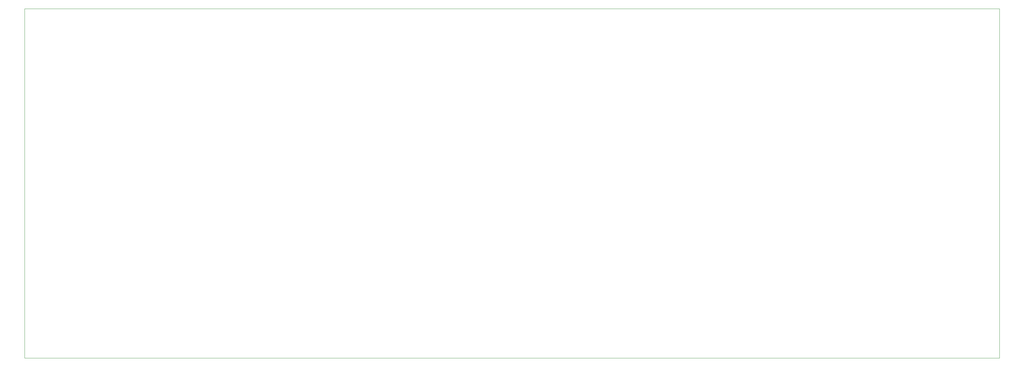
<source format=gbr>
G04 #@! TF.FileFunction,Profile,NP*
%FSLAX46Y46*%
G04 Gerber Fmt 4.6, Leading zero omitted, Abs format (unit mm)*
G04 Created by KiCad (PCBNEW 4.0.7) date 06/16/18 15:25:26*
%MOMM*%
%LPD*%
G01*
G04 APERTURE LIST*
%ADD10C,0.100000*%
G04 APERTURE END LIST*
D10*
X39370000Y-118110000D02*
X39370000Y-22860000D01*
X304800000Y-118110000D02*
X39370000Y-118110000D01*
X304800000Y-115570000D02*
X304800000Y-118110000D01*
X304800000Y-111760000D02*
X304800000Y-115570000D01*
X304800000Y-22860000D02*
X304800000Y-111760000D01*
X39370000Y-22860000D02*
X304800000Y-22860000D01*
M02*

</source>
